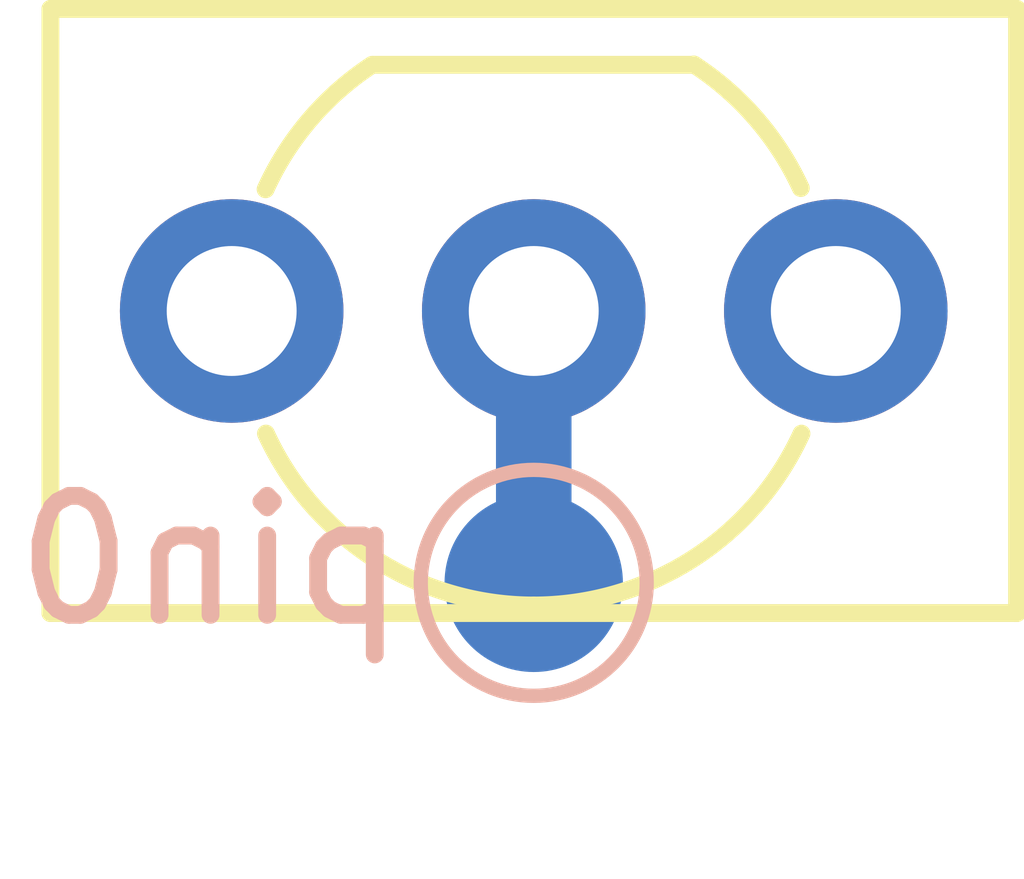
<source format=kicad_pcb>
(kicad_pcb (version 20171130) (host pcbnew "(5.1.9-0-10_14)")

  (general
    (thickness 1.6)
    (drawings 1)
    (tracks 1)
    (zones 0)
    (modules 2)
    (nets 4)
  )

  (page A4)
  (layers
    (0 F.Cu signal)
    (31 B.Cu signal)
    (32 B.Adhes user)
    (33 F.Adhes user)
    (34 B.Paste user)
    (35 F.Paste user)
    (36 B.SilkS user)
    (37 F.SilkS user)
    (38 B.Mask user)
    (39 F.Mask user)
    (40 Dwgs.User user)
    (41 Cmts.User user)
    (42 Eco1.User user)
    (43 Eco2.User user)
    (44 Edge.Cuts user)
    (45 Margin user)
    (46 B.CrtYd user hide)
    (47 F.CrtYd user hide)
    (48 B.Fab user hide)
    (49 F.Fab user hide)
  )

  (setup
    (last_trace_width 0.1524)
    (user_trace_width 0.1524)
    (user_trace_width 0.254)
    (user_trace_width 0.4064)
    (user_trace_width 0.635)
    (trace_clearance 0.1524)
    (zone_clearance 0.508)
    (zone_45_only no)
    (trace_min 0.1524)
    (via_size 0.6858)
    (via_drill 0.3048)
    (via_min_size 0.6858)
    (via_min_drill 0.3048)
    (uvia_size 0.3048)
    (uvia_drill 0.1524)
    (uvias_allowed no)
    (uvia_min_size 0.2)
    (uvia_min_drill 0.1)
    (edge_width 0.15)
    (segment_width 0.15)
    (pcb_text_width 0.3)
    (pcb_text_size 1.5 1.5)
    (mod_edge_width 0.15)
    (mod_text_size 1 1)
    (mod_text_width 0.15)
    (pad_size 1.8796 1.8796)
    (pad_drill 1.0922)
    (pad_to_mask_clearance 0.2)
    (aux_axis_origin 0 0)
    (visible_elements FFFFFF7F)
    (pcbplotparams
      (layerselection 0x010fc_ffffffff)
      (usegerberextensions false)
      (usegerberattributes false)
      (usegerberadvancedattributes false)
      (creategerberjobfile false)
      (excludeedgelayer true)
      (linewidth 0.100000)
      (plotframeref false)
      (viasonmask false)
      (mode 1)
      (useauxorigin false)
      (hpglpennumber 1)
      (hpglpenspeed 20)
      (hpglpendiameter 15.000000)
      (psnegative false)
      (psa4output false)
      (plotreference true)
      (plotvalue true)
      (plotinvisibletext false)
      (padsonsilk false)
      (subtractmaskfromsilk false)
      (outputformat 1)
      (mirror false)
      (drillshape 1)
      (scaleselection 1)
      (outputdirectory ""))
  )

  (net 0 "")
  (net 1 "Net-(Pin0-Pad1)")
  (net 2 GND)
  (net 3 +3V3)

  (net_class Default "This is the default net class."
    (clearance 0.1524)
    (trace_width 0.1524)
    (via_dia 0.6858)
    (via_drill 0.3048)
    (uvia_dia 0.3048)
    (uvia_drill 0.1524)
    (diff_pair_width 0.1524)
    (diff_pair_gap 0.1524)
    (add_net +3V3)
    (add_net GND)
    (add_net "Net-(Pin0-Pad1)")
  )

  (module Switch_Thonk:SW_SPDT_Dailywell (layer F.Cu) (tedit 623B60ED) (tstamp 608ACBB9)
    (at 0 0 270)
    (path /5FD259E4)
    (fp_text reference ZZ1 (at 0 5.08 90) (layer F.SilkS) hide
      (effects (font (size 1 1) (thickness 0.15)))
    )
    (fp_text value SW_SPDT (at 0 -5.08 90) (layer F.Fab)
      (effects (font (size 1 1) (thickness 0.15)))
    )
    (fp_line (start -2.54 -4.064) (end 2.54 -4.064) (layer F.SilkS) (width 0.15))
    (fp_line (start -2.54 4.064) (end 2.54 4.064) (layer F.SilkS) (width 0.15))
    (fp_line (start -2.54 -4.064) (end -2.54 4.064) (layer F.SilkS) (width 0.15))
    (fp_line (start 2.54 -4.064) (end 2.54 4.064) (layer F.SilkS) (width 0.15))
    (fp_line (start -2.0701 -1.35128) (end -2.0701 1.35128) (layer F.SilkS) (width 0.15))
    (fp_arc (start 0 0) (end 2.4765 0) (angle -65.38985762) (layer F.SilkS) (width 0.15))
    (fp_arc (start 0 0) (end -1.033779 -2.245359) (angle -32.27419574) (layer F.SilkS) (width 0.15))
    (fp_arc (start 0 0) (end 2.4765 0) (angle 65.4) (layer F.SilkS) (width 0.15))
    (fp_arc (start 0 0) (end -2.070099 1.358899) (angle -32.3) (layer F.SilkS) (width 0.15))
    (pad 2 thru_hole circle (at 0 0 270) (size 1.8796 1.8796) (drill 1.0922) (layers *.Cu *.Mask)
      (net 1 "Net-(Pin0-Pad1)"))
    (pad 3 thru_hole circle (at 0 -2.54 270) (size 1.8796 1.8796) (drill 1.0922) (layers *.Cu *.Mask)
      (net 2 GND))
    (pad 1 thru_hole circle (at 0 2.54 270) (size 1.8796 1.8796) (drill 1.0922) (layers *.Cu *.Mask)
      (net 3 +3V3))
  )

  (module TestPoint:TestPoint_Pad_D1.5mm (layer B.Cu) (tedit 5A0F774F) (tstamp 60B93912)
    (at 0 2.286)
    (descr "SMD pad as test Point, diameter 1.5mm")
    (tags "test point SMD pad")
    (path /60B942BC)
    (attr virtual)
    (fp_text reference Pin0 (at 0 -4.064) (layer B.SilkS) hide
      (effects (font (size 1 1) (thickness 0.15)) (justify mirror))
    )
    (fp_text value TestPoint (at 0 -1.75) (layer B.Fab)
      (effects (font (size 1 1) (thickness 0.15)) (justify mirror))
    )
    (fp_circle (center 0 0) (end 1.25 0) (layer B.CrtYd) (width 0.05))
    (fp_circle (center 0 0) (end 0 -0.95) (layer B.SilkS) (width 0.12))
    (fp_text user %R (at 0 1.65) (layer B.Fab)
      (effects (font (size 1 1) (thickness 0.15)) (justify mirror))
    )
    (pad 1 smd circle (at 0 0) (size 1.5 1.5) (layers B.Cu B.Mask)
      (net 1 "Net-(Pin0-Pad1)"))
  )

  (gr_text pin0 (at -1 2.1) (layer B.SilkS)
    (effects (font (size 1 1) (thickness 0.15)) (justify left mirror))
  )

  (segment (start 0 2.286) (end 0 0) (width 0.635) (layer B.Cu) (net 1))

)

</source>
